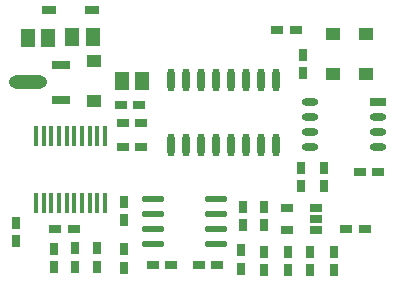
<source format=gbp>
G04*
G04 #@! TF.GenerationSoftware,Altium Limited,Altium Designer,23.10.1 (27)*
G04*
G04 Layer_Color=128*
%FSLAX25Y25*%
%MOIN*%
G70*
G04*
G04 #@! TF.SameCoordinates,05B082E4-6B6C-4FD1-8055-B93BD63D6B00*
G04*
G04*
G04 #@! TF.FilePolarity,Positive*
G04*
G01*
G75*
%ADD17R,0.04000X0.03000*%
%ADD19R,0.03000X0.04000*%
%ADD38R,0.04921X0.05906*%
%ADD39O,0.01433X0.06858*%
%ADD40R,0.06201X0.02646*%
%ADD41O,0.12701X0.04488*%
%ADD42O,0.07678X0.02238*%
%ADD43O,0.02370X0.07760*%
%ADD44R,0.04724X0.04331*%
%ADD45O,0.05500X0.02500*%
%ADD46R,0.05500X0.02500*%
%ADD47R,0.04331X0.02559*%
%ADD48R,0.04724X0.02756*%
D17*
X65402Y-91000D02*
D03*
X71500D02*
D03*
X56000D02*
D03*
X49902D02*
D03*
X46000Y-43500D02*
D03*
X39902D02*
D03*
X46098Y-51500D02*
D03*
X39902D02*
D03*
X114402Y-79000D02*
D03*
X120598D02*
D03*
X91402Y-12500D02*
D03*
X97598D02*
D03*
X17500Y-79000D02*
D03*
X23598D02*
D03*
X45500Y-37500D02*
D03*
X39402D02*
D03*
X125098Y-60000D02*
D03*
X118902D02*
D03*
D19*
X80000Y-77500D02*
D03*
Y-71402D02*
D03*
X4500Y-83000D02*
D03*
Y-76902D02*
D03*
X40500Y-76000D02*
D03*
Y-69902D02*
D03*
X79500Y-86000D02*
D03*
Y-92098D02*
D03*
X99500Y-64500D02*
D03*
Y-58402D02*
D03*
X87000Y-77500D02*
D03*
Y-71402D02*
D03*
X100000Y-20902D02*
D03*
Y-27000D02*
D03*
X40500Y-85500D02*
D03*
Y-91697D02*
D03*
X31500Y-85303D02*
D03*
Y-91500D02*
D03*
X107000Y-64598D02*
D03*
Y-58402D02*
D03*
X87000Y-92598D02*
D03*
Y-86402D02*
D03*
X110500D02*
D03*
Y-92598D02*
D03*
X102500Y-92500D02*
D03*
Y-86402D02*
D03*
X17000Y-85402D02*
D03*
Y-91598D02*
D03*
X95000Y-92598D02*
D03*
Y-86402D02*
D03*
X24000Y-91500D02*
D03*
Y-85303D02*
D03*
D38*
X15100Y-15100D02*
D03*
X8210D02*
D03*
X29945Y-15000D02*
D03*
X23055D02*
D03*
X39555Y-29500D02*
D03*
X46445D02*
D03*
D39*
X10984Y-47697D02*
D03*
X13543D02*
D03*
X16102D02*
D03*
X18661D02*
D03*
X21220D02*
D03*
X23779D02*
D03*
X26339D02*
D03*
X28898D02*
D03*
X31457D02*
D03*
X34016D02*
D03*
X10984Y-70303D02*
D03*
X13543D02*
D03*
X16102D02*
D03*
X18661D02*
D03*
X21220D02*
D03*
X23779D02*
D03*
X26339D02*
D03*
X28898D02*
D03*
X31457D02*
D03*
X34016D02*
D03*
D40*
X19179Y-24061D02*
D03*
Y-35872D02*
D03*
D41*
X8500Y-30000D02*
D03*
D42*
X49850Y-84000D02*
D03*
Y-79000D02*
D03*
Y-74000D02*
D03*
Y-69000D02*
D03*
X71150Y-84000D02*
D03*
Y-79000D02*
D03*
Y-74000D02*
D03*
Y-69000D02*
D03*
D43*
X91000Y-50770D02*
D03*
X86000D02*
D03*
X81000D02*
D03*
X76000D02*
D03*
X71000D02*
D03*
X66000D02*
D03*
X61000D02*
D03*
X56000D02*
D03*
X91000Y-29230D02*
D03*
X86000D02*
D03*
X81000D02*
D03*
X76000D02*
D03*
X71000D02*
D03*
X66000D02*
D03*
X61000D02*
D03*
X56000D02*
D03*
D44*
X121000Y-27327D02*
D03*
Y-14000D02*
D03*
X30500Y-23000D02*
D03*
Y-36327D02*
D03*
X110000Y-27327D02*
D03*
Y-14000D02*
D03*
D45*
X102500Y-46500D02*
D03*
Y-36500D02*
D03*
Y-51500D02*
D03*
X125138Y-46500D02*
D03*
Y-51500D02*
D03*
X102500Y-41500D02*
D03*
X125138D02*
D03*
D46*
Y-36500D02*
D03*
D47*
X94776Y-71760D02*
D03*
Y-79240D02*
D03*
X104224D02*
D03*
Y-75500D02*
D03*
Y-71760D02*
D03*
D48*
X29783Y-6000D02*
D03*
X15216D02*
D03*
M02*

</source>
